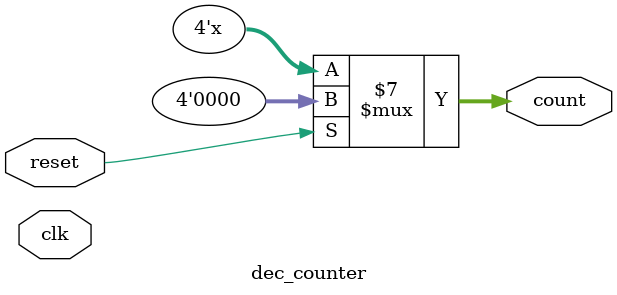
<source format=v>
module dec_counter(output reg[3:0] count, input clk, reset);
  
  initial
  begin
    count = 0;
  end
  
  always @(clk)
  begin
    if (reset == 1)
      begin
        count = 0;
      end
    else
      begin
        count = (count + 1) % 10;
      end
  end
  
endmodule

</source>
